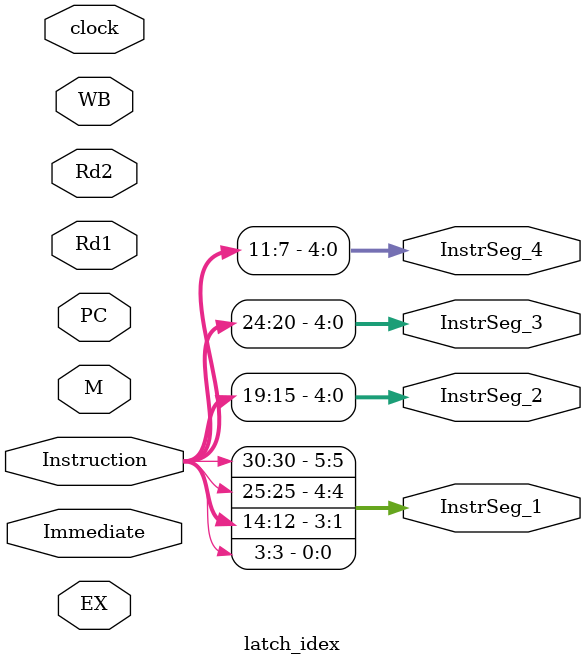
<source format=v>
`timescale 1ns / 1ps


module latch_idex(
    input clock,
    input [1:0] WB,
    input [4:0] M,
    input [6:0] EX,
    input [31:0] PC,
    input [31:0] Rd1,
    input [31:0] Rd2,
    input [31:0] Immediate,
    input [31:0] Instruction,
    output [5:0] InstrSeg_1,
    output [19:15] InstrSeg_2,
    output [24:20] InstrSeg_3,
    output [11:7] InstrSeg_4
    );
    assign InstrSeg_1 = {Instruction[30], Instruction[25], Instruction[14:12], Instruction[3]};
    assign InstrSeg_2 = Instruction[19:15];
    assign InstrSeg_3 = Instruction[24:20]; 
    assign InstrSeg_4 = Instruction[11:7];
    always @(negedge clock) begin 
    end
endmodule

</source>
